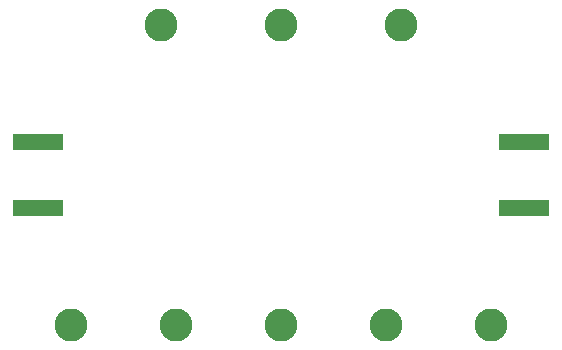
<source format=gbs>
%TF.GenerationSoftware,KiCad,Pcbnew,(6.0.2-0)*%
%TF.CreationDate,2022-04-12T18:59:20-07:00*%
%TF.ProjectId,bootstrap_exp,626f6f74-7374-4726-9170-5f6578702e6b,rev?*%
%TF.SameCoordinates,Original*%
%TF.FileFunction,Soldermask,Bot*%
%TF.FilePolarity,Negative*%
%FSLAX46Y46*%
G04 Gerber Fmt 4.6, Leading zero omitted, Abs format (unit mm)*
G04 Created by KiCad (PCBNEW (6.0.2-0)) date 2022-04-12 18:59:20*
%MOMM*%
%LPD*%
G01*
G04 APERTURE LIST*
%ADD10C,2.800000*%
%ADD11R,4.200000X1.350000*%
G04 APERTURE END LIST*
D10*
%TO.C,TP7*%
X152400000Y-109220000D03*
%TD*%
%TO.C,TP1*%
X124460000Y-83820000D03*
%TD*%
%TO.C,TP6*%
X125730000Y-109220000D03*
%TD*%
%TO.C,TP3*%
X134620000Y-83820000D03*
%TD*%
D11*
%TO.C,J2*%
X155194000Y-93695000D03*
X155194000Y-99345000D03*
%TD*%
%TO.C,J1*%
X114046000Y-93695000D03*
X114046000Y-99345000D03*
%TD*%
D10*
%TO.C,TP2*%
X144780000Y-83820000D03*
%TD*%
%TO.C,TP4*%
X116840000Y-109220000D03*
%TD*%
%TO.C,TP8*%
X134620000Y-109220000D03*
%TD*%
%TO.C,TP5*%
X143510000Y-109220000D03*
%TD*%
M02*

</source>
